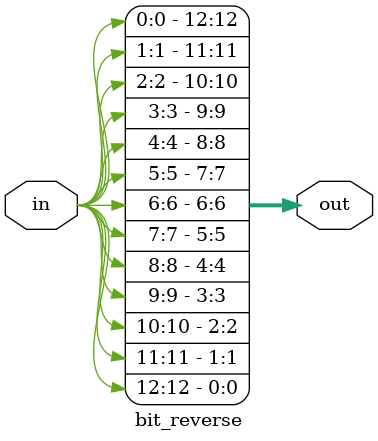
<source format=v>
module bit_reverse #(
    parameter WIDTH = 13
)(
    input  wire [WIDTH-1:0] in,
    output wire [WIDTH-1:0] out
);
    genvar i;
    generate
        for (i = 0; i < WIDTH; i = i + 1) begin : bit_rev
            assign out[i] = in[WIDTH-1-i];
        end
    endgenerate
endmodule
</source>
